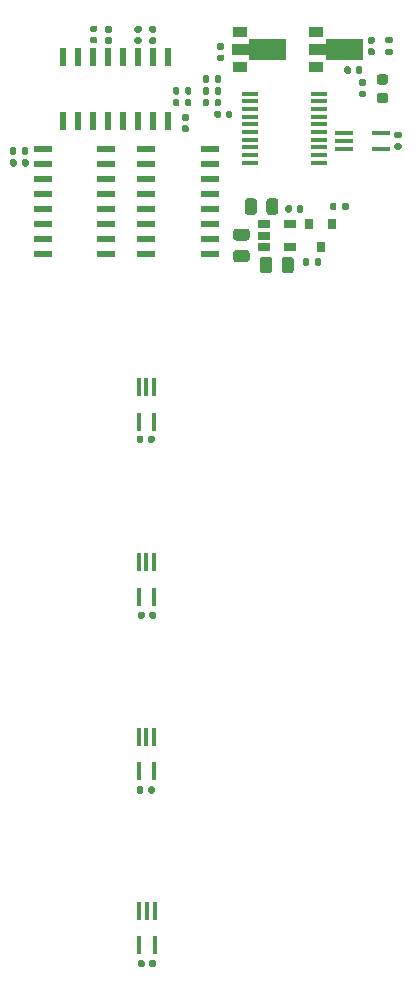
<source format=gbr>
G04 #@! TF.GenerationSoftware,KiCad,Pcbnew,(5.1.9)-1*
G04 #@! TF.CreationDate,2021-06-08T15:39:03+02:00*
G04 #@! TF.ProjectId,TempSpike,54656d70-5370-4696-9b65-2e6b69636164,rev?*
G04 #@! TF.SameCoordinates,Original*
G04 #@! TF.FileFunction,Paste,Top*
G04 #@! TF.FilePolarity,Positive*
%FSLAX46Y46*%
G04 Gerber Fmt 4.6, Leading zero omitted, Abs format (unit mm)*
G04 Created by KiCad (PCBNEW (5.1.9)-1) date 2021-06-08 15:39:03*
%MOMM*%
%LPD*%
G01*
G04 APERTURE LIST*
%ADD10R,1.500000X0.600000*%
%ADD11R,1.500000X0.400000*%
%ADD12R,1.300000X0.900000*%
%ADD13C,0.100000*%
%ADD14R,0.600000X1.500000*%
%ADD15R,1.450000X0.450000*%
%ADD16R,0.400000X1.500000*%
%ADD17R,0.800000X0.900000*%
%ADD18R,1.060000X0.650000*%
G04 APERTURE END LIST*
G36*
G01*
X142430000Y-52285000D02*
X142430000Y-51915000D01*
G75*
G02*
X142565000Y-51780000I135000J0D01*
G01*
X142835000Y-51780000D01*
G75*
G02*
X142970000Y-51915000I0J-135000D01*
G01*
X142970000Y-52285000D01*
G75*
G02*
X142835000Y-52420000I-135000J0D01*
G01*
X142565000Y-52420000D01*
G75*
G02*
X142430000Y-52285000I0J135000D01*
G01*
G37*
G36*
G01*
X141410000Y-52285000D02*
X141410000Y-51915000D01*
G75*
G02*
X141545000Y-51780000I135000J0D01*
G01*
X141815000Y-51780000D01*
G75*
G02*
X141950000Y-51915000I0J-135000D01*
G01*
X141950000Y-52285000D01*
G75*
G02*
X141815000Y-52420000I-135000J0D01*
G01*
X141545000Y-52420000D01*
G75*
G02*
X141410000Y-52285000I0J135000D01*
G01*
G37*
G36*
G01*
X157710000Y-46185000D02*
X157710000Y-45815000D01*
G75*
G02*
X157845000Y-45680000I135000J0D01*
G01*
X158115000Y-45680000D01*
G75*
G02*
X158250000Y-45815000I0J-135000D01*
G01*
X158250000Y-46185000D01*
G75*
G02*
X158115000Y-46320000I-135000J0D01*
G01*
X157845000Y-46320000D01*
G75*
G02*
X157710000Y-46185000I0J135000D01*
G01*
G37*
G36*
G01*
X158730000Y-46185000D02*
X158730000Y-45815000D01*
G75*
G02*
X158865000Y-45680000I135000J0D01*
G01*
X159135000Y-45680000D01*
G75*
G02*
X159270000Y-45815000I0J-135000D01*
G01*
X159270000Y-46185000D01*
G75*
G02*
X159135000Y-46320000I-135000J0D01*
G01*
X158865000Y-46320000D01*
G75*
G02*
X158730000Y-46185000I0J135000D01*
G01*
G37*
G36*
G01*
X158740000Y-48185000D02*
X158740000Y-47815000D01*
G75*
G02*
X158875000Y-47680000I135000J0D01*
G01*
X159145000Y-47680000D01*
G75*
G02*
X159280000Y-47815000I0J-135000D01*
G01*
X159280000Y-48185000D01*
G75*
G02*
X159145000Y-48320000I-135000J0D01*
G01*
X158875000Y-48320000D01*
G75*
G02*
X158740000Y-48185000I0J135000D01*
G01*
G37*
G36*
G01*
X157720000Y-48185000D02*
X157720000Y-47815000D01*
G75*
G02*
X157855000Y-47680000I135000J0D01*
G01*
X158125000Y-47680000D01*
G75*
G02*
X158260000Y-47815000I0J-135000D01*
G01*
X158260000Y-48185000D01*
G75*
G02*
X158125000Y-48320000I-135000J0D01*
G01*
X157855000Y-48320000D01*
G75*
G02*
X157720000Y-48185000I0J135000D01*
G01*
G37*
G36*
G01*
X141430000Y-53285000D02*
X141430000Y-52915000D01*
G75*
G02*
X141565000Y-52780000I135000J0D01*
G01*
X141835000Y-52780000D01*
G75*
G02*
X141970000Y-52915000I0J-135000D01*
G01*
X141970000Y-53285000D01*
G75*
G02*
X141835000Y-53420000I-135000J0D01*
G01*
X141565000Y-53420000D01*
G75*
G02*
X141430000Y-53285000I0J135000D01*
G01*
G37*
G36*
G01*
X142450000Y-53285000D02*
X142450000Y-52915000D01*
G75*
G02*
X142585000Y-52780000I135000J0D01*
G01*
X142855000Y-52780000D01*
G75*
G02*
X142990000Y-52915000I0J-135000D01*
G01*
X142990000Y-53285000D01*
G75*
G02*
X142855000Y-53420000I-135000J0D01*
G01*
X142585000Y-53420000D01*
G75*
G02*
X142450000Y-53285000I0J135000D01*
G01*
G37*
G36*
G01*
X156230000Y-48185000D02*
X156230000Y-47815000D01*
G75*
G02*
X156365000Y-47680000I135000J0D01*
G01*
X156635000Y-47680000D01*
G75*
G02*
X156770000Y-47815000I0J-135000D01*
G01*
X156770000Y-48185000D01*
G75*
G02*
X156635000Y-48320000I-135000J0D01*
G01*
X156365000Y-48320000D01*
G75*
G02*
X156230000Y-48185000I0J135000D01*
G01*
G37*
G36*
G01*
X155210000Y-48185000D02*
X155210000Y-47815000D01*
G75*
G02*
X155345000Y-47680000I135000J0D01*
G01*
X155615000Y-47680000D01*
G75*
G02*
X155750000Y-47815000I0J-135000D01*
G01*
X155750000Y-48185000D01*
G75*
G02*
X155615000Y-48320000I-135000J0D01*
G01*
X155345000Y-48320000D01*
G75*
G02*
X155210000Y-48185000I0J135000D01*
G01*
G37*
G36*
G01*
X158740000Y-47185000D02*
X158740000Y-46815000D01*
G75*
G02*
X158875000Y-46680000I135000J0D01*
G01*
X159145000Y-46680000D01*
G75*
G02*
X159280000Y-46815000I0J-135000D01*
G01*
X159280000Y-47185000D01*
G75*
G02*
X159145000Y-47320000I-135000J0D01*
G01*
X158875000Y-47320000D01*
G75*
G02*
X158740000Y-47185000I0J135000D01*
G01*
G37*
G36*
G01*
X157720000Y-47185000D02*
X157720000Y-46815000D01*
G75*
G02*
X157855000Y-46680000I135000J0D01*
G01*
X158125000Y-46680000D01*
G75*
G02*
X158260000Y-46815000I0J-135000D01*
G01*
X158260000Y-47185000D01*
G75*
G02*
X158125000Y-47320000I-135000J0D01*
G01*
X157855000Y-47320000D01*
G75*
G02*
X157720000Y-47185000I0J135000D01*
G01*
G37*
G36*
G01*
X155210000Y-47185000D02*
X155210000Y-46815000D01*
G75*
G02*
X155345000Y-46680000I135000J0D01*
G01*
X155615000Y-46680000D01*
G75*
G02*
X155750000Y-46815000I0J-135000D01*
G01*
X155750000Y-47185000D01*
G75*
G02*
X155615000Y-47320000I-135000J0D01*
G01*
X155345000Y-47320000D01*
G75*
G02*
X155210000Y-47185000I0J135000D01*
G01*
G37*
G36*
G01*
X156230000Y-47185000D02*
X156230000Y-46815000D01*
G75*
G02*
X156365000Y-46680000I135000J0D01*
G01*
X156635000Y-46680000D01*
G75*
G02*
X156770000Y-46815000I0J-135000D01*
G01*
X156770000Y-47185000D01*
G75*
G02*
X156635000Y-47320000I-135000J0D01*
G01*
X156365000Y-47320000D01*
G75*
G02*
X156230000Y-47185000I0J135000D01*
G01*
G37*
D10*
X149570000Y-60815000D03*
X149570000Y-59545000D03*
X149570000Y-58275000D03*
X149570000Y-57005000D03*
X149570000Y-55735000D03*
X149570000Y-54465000D03*
X149570000Y-53195000D03*
X149570000Y-51925000D03*
X144170000Y-51925000D03*
X144170000Y-53195000D03*
X144170000Y-54465000D03*
X144170000Y-55735000D03*
X144170000Y-57005000D03*
X144170000Y-58275000D03*
X144170000Y-59545000D03*
X144170000Y-60815000D03*
X158320000Y-60815000D03*
X158320000Y-59545000D03*
X158320000Y-58275000D03*
X158320000Y-57005000D03*
X158320000Y-55735000D03*
X158320000Y-54465000D03*
X158320000Y-53195000D03*
X158320000Y-51925000D03*
X152920000Y-51925000D03*
X152920000Y-53195000D03*
X152920000Y-54465000D03*
X152920000Y-55735000D03*
X152920000Y-57005000D03*
X152920000Y-58275000D03*
X152920000Y-59545000D03*
X152920000Y-60815000D03*
D11*
X172813040Y-51900240D03*
X169686960Y-51250000D03*
X172813040Y-50599760D03*
X169686960Y-50600000D03*
X169686960Y-51900240D03*
G36*
G01*
X171420000Y-46597500D02*
X171080000Y-46597500D01*
G75*
G02*
X170940000Y-46457500I0J140000D01*
G01*
X170940000Y-46177500D01*
G75*
G02*
X171080000Y-46037500I140000J0D01*
G01*
X171420000Y-46037500D01*
G75*
G02*
X171560000Y-46177500I0J-140000D01*
G01*
X171560000Y-46457500D01*
G75*
G02*
X171420000Y-46597500I-140000J0D01*
G01*
G37*
G36*
G01*
X171420000Y-47557500D02*
X171080000Y-47557500D01*
G75*
G02*
X170940000Y-47417500I0J140000D01*
G01*
X170940000Y-47137500D01*
G75*
G02*
X171080000Y-46997500I140000J0D01*
G01*
X171420000Y-46997500D01*
G75*
G02*
X171560000Y-47137500I0J-140000D01*
G01*
X171560000Y-47417500D01*
G75*
G02*
X171420000Y-47557500I-140000J0D01*
G01*
G37*
G36*
G01*
X173685000Y-42974000D02*
X173315000Y-42974000D01*
G75*
G02*
X173180000Y-42839000I0J135000D01*
G01*
X173180000Y-42569000D01*
G75*
G02*
X173315000Y-42434000I135000J0D01*
G01*
X173685000Y-42434000D01*
G75*
G02*
X173820000Y-42569000I0J-135000D01*
G01*
X173820000Y-42839000D01*
G75*
G02*
X173685000Y-42974000I-135000J0D01*
G01*
G37*
G36*
G01*
X173685000Y-43994000D02*
X173315000Y-43994000D01*
G75*
G02*
X173180000Y-43859000I0J135000D01*
G01*
X173180000Y-43589000D01*
G75*
G02*
X173315000Y-43454000I135000J0D01*
G01*
X173685000Y-43454000D01*
G75*
G02*
X173820000Y-43589000I0J-135000D01*
G01*
X173820000Y-43859000D01*
G75*
G02*
X173685000Y-43994000I-135000J0D01*
G01*
G37*
G36*
G01*
X167770000Y-61315000D02*
X167770000Y-61685000D01*
G75*
G02*
X167635000Y-61820000I-135000J0D01*
G01*
X167365000Y-61820000D01*
G75*
G02*
X167230000Y-61685000I0J135000D01*
G01*
X167230000Y-61315000D01*
G75*
G02*
X167365000Y-61180000I135000J0D01*
G01*
X167635000Y-61180000D01*
G75*
G02*
X167770000Y-61315000I0J-135000D01*
G01*
G37*
G36*
G01*
X166750000Y-61315000D02*
X166750000Y-61685000D01*
G75*
G02*
X166615000Y-61820000I-135000J0D01*
G01*
X166345000Y-61820000D01*
G75*
G02*
X166210000Y-61685000I0J135000D01*
G01*
X166210000Y-61315000D01*
G75*
G02*
X166345000Y-61180000I135000J0D01*
G01*
X166615000Y-61180000D01*
G75*
G02*
X166750000Y-61315000I0J-135000D01*
G01*
G37*
G36*
G01*
X173201250Y-48049000D02*
X172688750Y-48049000D01*
G75*
G02*
X172470000Y-47830250I0J218750D01*
G01*
X172470000Y-47392750D01*
G75*
G02*
X172688750Y-47174000I218750J0D01*
G01*
X173201250Y-47174000D01*
G75*
G02*
X173420000Y-47392750I0J-218750D01*
G01*
X173420000Y-47830250D01*
G75*
G02*
X173201250Y-48049000I-218750J0D01*
G01*
G37*
G36*
G01*
X173201250Y-46474000D02*
X172688750Y-46474000D01*
G75*
G02*
X172470000Y-46255250I0J218750D01*
G01*
X172470000Y-45817750D01*
G75*
G02*
X172688750Y-45599000I218750J0D01*
G01*
X173201250Y-45599000D01*
G75*
G02*
X173420000Y-45817750I0J-218750D01*
G01*
X173420000Y-46255250D01*
G75*
G02*
X173201250Y-46474000I-218750J0D01*
G01*
G37*
G36*
G01*
X174080000Y-51430000D02*
X174420000Y-51430000D01*
G75*
G02*
X174560000Y-51570000I0J-140000D01*
G01*
X174560000Y-51850000D01*
G75*
G02*
X174420000Y-51990000I-140000J0D01*
G01*
X174080000Y-51990000D01*
G75*
G02*
X173940000Y-51850000I0J140000D01*
G01*
X173940000Y-51570000D01*
G75*
G02*
X174080000Y-51430000I140000J0D01*
G01*
G37*
G36*
G01*
X174080000Y-50470000D02*
X174420000Y-50470000D01*
G75*
G02*
X174560000Y-50610000I0J-140000D01*
G01*
X174560000Y-50890000D01*
G75*
G02*
X174420000Y-51030000I-140000J0D01*
G01*
X174080000Y-51030000D01*
G75*
G02*
X173940000Y-50890000I0J140000D01*
G01*
X173940000Y-50610000D01*
G75*
G02*
X174080000Y-50470000I140000J0D01*
G01*
G37*
D12*
X160850000Y-42000000D03*
X160850000Y-45000000D03*
D13*
G36*
X164800000Y-44366500D02*
G01*
X161675000Y-44366500D01*
X161675000Y-43950000D01*
X160200000Y-43950000D01*
X160200000Y-43050000D01*
X161675000Y-43050000D01*
X161675000Y-42633500D01*
X164800000Y-42633500D01*
X164800000Y-44366500D01*
G37*
G36*
G01*
X148670000Y-42030000D02*
X148330000Y-42030000D01*
G75*
G02*
X148190000Y-41890000I0J140000D01*
G01*
X148190000Y-41610000D01*
G75*
G02*
X148330000Y-41470000I140000J0D01*
G01*
X148670000Y-41470000D01*
G75*
G02*
X148810000Y-41610000I0J-140000D01*
G01*
X148810000Y-41890000D01*
G75*
G02*
X148670000Y-42030000I-140000J0D01*
G01*
G37*
G36*
G01*
X148670000Y-42990000D02*
X148330000Y-42990000D01*
G75*
G02*
X148190000Y-42850000I0J140000D01*
G01*
X148190000Y-42570000D01*
G75*
G02*
X148330000Y-42430000I140000J0D01*
G01*
X148670000Y-42430000D01*
G75*
G02*
X148810000Y-42570000I0J-140000D01*
G01*
X148810000Y-42850000D01*
G75*
G02*
X148670000Y-42990000I-140000J0D01*
G01*
G37*
G36*
G01*
X165680000Y-57170000D02*
X165680000Y-56830000D01*
G75*
G02*
X165820000Y-56690000I140000J0D01*
G01*
X166100000Y-56690000D01*
G75*
G02*
X166240000Y-56830000I0J-140000D01*
G01*
X166240000Y-57170000D01*
G75*
G02*
X166100000Y-57310000I-140000J0D01*
G01*
X165820000Y-57310000D01*
G75*
G02*
X165680000Y-57170000I0J140000D01*
G01*
G37*
G36*
G01*
X164720000Y-57170000D02*
X164720000Y-56830000D01*
G75*
G02*
X164860000Y-56690000I140000J0D01*
G01*
X165140000Y-56690000D01*
G75*
G02*
X165280000Y-56830000I0J-140000D01*
G01*
X165280000Y-57170000D01*
G75*
G02*
X165140000Y-57310000I-140000J0D01*
G01*
X164860000Y-57310000D01*
G75*
G02*
X164720000Y-57170000I0J140000D01*
G01*
G37*
D14*
X154825000Y-49570000D03*
X153555000Y-49570000D03*
X152285000Y-49570000D03*
X151015000Y-49570000D03*
X149745000Y-49570000D03*
X148475000Y-49570000D03*
X147205000Y-49570000D03*
X145935000Y-49570000D03*
X145935000Y-44170000D03*
X147205000Y-44170000D03*
X148475000Y-44170000D03*
X149745000Y-44170000D03*
X151015000Y-44170000D03*
X152285000Y-44170000D03*
X153555000Y-44170000D03*
X154825000Y-44170000D03*
D15*
X161690000Y-47230000D03*
X161690000Y-47880000D03*
X161690000Y-48530000D03*
X161690000Y-49180000D03*
X161690000Y-49830000D03*
X161690000Y-50480000D03*
X161690000Y-51130000D03*
X161690000Y-51780000D03*
X161690000Y-52430000D03*
X161690000Y-53080000D03*
X167590000Y-53080000D03*
X167590000Y-52430000D03*
X167590000Y-51780000D03*
X167590000Y-51130000D03*
X167590000Y-50480000D03*
X167590000Y-49830000D03*
X167590000Y-49180000D03*
X167590000Y-48530000D03*
X167590000Y-47880000D03*
X167590000Y-47230000D03*
G36*
G01*
X153670000Y-43030000D02*
X153330000Y-43030000D01*
G75*
G02*
X153190000Y-42890000I0J140000D01*
G01*
X153190000Y-42610000D01*
G75*
G02*
X153330000Y-42470000I140000J0D01*
G01*
X153670000Y-42470000D01*
G75*
G02*
X153810000Y-42610000I0J-140000D01*
G01*
X153810000Y-42890000D01*
G75*
G02*
X153670000Y-43030000I-140000J0D01*
G01*
G37*
G36*
G01*
X153670000Y-42070000D02*
X153330000Y-42070000D01*
G75*
G02*
X153190000Y-41930000I0J140000D01*
G01*
X153190000Y-41650000D01*
G75*
G02*
X153330000Y-41510000I140000J0D01*
G01*
X153670000Y-41510000D01*
G75*
G02*
X153810000Y-41650000I0J-140000D01*
G01*
X153810000Y-41930000D01*
G75*
G02*
X153670000Y-42070000I-140000J0D01*
G01*
G37*
G36*
G01*
X152080000Y-41510000D02*
X152420000Y-41510000D01*
G75*
G02*
X152560000Y-41650000I0J-140000D01*
G01*
X152560000Y-41930000D01*
G75*
G02*
X152420000Y-42070000I-140000J0D01*
G01*
X152080000Y-42070000D01*
G75*
G02*
X151940000Y-41930000I0J140000D01*
G01*
X151940000Y-41650000D01*
G75*
G02*
X152080000Y-41510000I140000J0D01*
G01*
G37*
G36*
G01*
X152080000Y-42470000D02*
X152420000Y-42470000D01*
G75*
G02*
X152560000Y-42610000I0J-140000D01*
G01*
X152560000Y-42890000D01*
G75*
G02*
X152420000Y-43030000I-140000J0D01*
G01*
X152080000Y-43030000D01*
G75*
G02*
X151940000Y-42890000I0J140000D01*
G01*
X151940000Y-42610000D01*
G75*
G02*
X152080000Y-42470000I140000J0D01*
G01*
G37*
G36*
G01*
X171830000Y-43404500D02*
X172170000Y-43404500D01*
G75*
G02*
X172310000Y-43544500I0J-140000D01*
G01*
X172310000Y-43824500D01*
G75*
G02*
X172170000Y-43964500I-140000J0D01*
G01*
X171830000Y-43964500D01*
G75*
G02*
X171690000Y-43824500I0J140000D01*
G01*
X171690000Y-43544500D01*
G75*
G02*
X171830000Y-43404500I140000J0D01*
G01*
G37*
G36*
G01*
X171830000Y-42444500D02*
X172170000Y-42444500D01*
G75*
G02*
X172310000Y-42584500I0J-140000D01*
G01*
X172310000Y-42864500D01*
G75*
G02*
X172170000Y-43004500I-140000J0D01*
G01*
X171830000Y-43004500D01*
G75*
G02*
X171690000Y-42864500I0J140000D01*
G01*
X171690000Y-42584500D01*
G75*
G02*
X171830000Y-42444500I140000J0D01*
G01*
G37*
G36*
G01*
X149580000Y-42470000D02*
X149920000Y-42470000D01*
G75*
G02*
X150060000Y-42610000I0J-140000D01*
G01*
X150060000Y-42890000D01*
G75*
G02*
X149920000Y-43030000I-140000J0D01*
G01*
X149580000Y-43030000D01*
G75*
G02*
X149440000Y-42890000I0J140000D01*
G01*
X149440000Y-42610000D01*
G75*
G02*
X149580000Y-42470000I140000J0D01*
G01*
G37*
G36*
G01*
X149580000Y-41510000D02*
X149920000Y-41510000D01*
G75*
G02*
X150060000Y-41650000I0J-140000D01*
G01*
X150060000Y-41930000D01*
G75*
G02*
X149920000Y-42070000I-140000J0D01*
G01*
X149580000Y-42070000D01*
G75*
G02*
X149440000Y-41930000I0J140000D01*
G01*
X149440000Y-41650000D01*
G75*
G02*
X149580000Y-41510000I140000J0D01*
G01*
G37*
G36*
G01*
X156080000Y-48970000D02*
X156420000Y-48970000D01*
G75*
G02*
X156560000Y-49110000I0J-140000D01*
G01*
X156560000Y-49390000D01*
G75*
G02*
X156420000Y-49530000I-140000J0D01*
G01*
X156080000Y-49530000D01*
G75*
G02*
X155940000Y-49390000I0J140000D01*
G01*
X155940000Y-49110000D01*
G75*
G02*
X156080000Y-48970000I140000J0D01*
G01*
G37*
G36*
G01*
X156080000Y-49930000D02*
X156420000Y-49930000D01*
G75*
G02*
X156560000Y-50070000I0J-140000D01*
G01*
X156560000Y-50350000D01*
G75*
G02*
X156420000Y-50490000I-140000J0D01*
G01*
X156080000Y-50490000D01*
G75*
G02*
X155940000Y-50350000I0J140000D01*
G01*
X155940000Y-50070000D01*
G75*
G02*
X156080000Y-49930000I140000J0D01*
G01*
G37*
G36*
G01*
X160240000Y-48830000D02*
X160240000Y-49170000D01*
G75*
G02*
X160100000Y-49310000I-140000J0D01*
G01*
X159820000Y-49310000D01*
G75*
G02*
X159680000Y-49170000I0J140000D01*
G01*
X159680000Y-48830000D01*
G75*
G02*
X159820000Y-48690000I140000J0D01*
G01*
X160100000Y-48690000D01*
G75*
G02*
X160240000Y-48830000I0J-140000D01*
G01*
G37*
G36*
G01*
X159280000Y-48830000D02*
X159280000Y-49170000D01*
G75*
G02*
X159140000Y-49310000I-140000J0D01*
G01*
X158860000Y-49310000D01*
G75*
G02*
X158720000Y-49170000I0J140000D01*
G01*
X158720000Y-48830000D01*
G75*
G02*
X158860000Y-48690000I140000J0D01*
G01*
X159140000Y-48690000D01*
G75*
G02*
X159280000Y-48830000I0J-140000D01*
G01*
G37*
D16*
X152349760Y-119363040D03*
X153000000Y-116436960D03*
X153650240Y-119363040D03*
X153650000Y-116436960D03*
X152349760Y-116436960D03*
X152299760Y-86896960D03*
X153600000Y-86896960D03*
X153600240Y-89823040D03*
X152950000Y-86896960D03*
X152299760Y-89823040D03*
X152305260Y-75023040D03*
X152955500Y-72096960D03*
X153605740Y-75023040D03*
X153605500Y-72096960D03*
X152305260Y-72096960D03*
X152309760Y-101696960D03*
X153610000Y-101696960D03*
X153610240Y-104623040D03*
X152960000Y-101696960D03*
X152309760Y-104623040D03*
G36*
G01*
X153760000Y-120730000D02*
X153760000Y-121070000D01*
G75*
G02*
X153620000Y-121210000I-140000J0D01*
G01*
X153340000Y-121210000D01*
G75*
G02*
X153200000Y-121070000I0J140000D01*
G01*
X153200000Y-120730000D01*
G75*
G02*
X153340000Y-120590000I140000J0D01*
G01*
X153620000Y-120590000D01*
G75*
G02*
X153760000Y-120730000I0J-140000D01*
G01*
G37*
G36*
G01*
X152800000Y-120730000D02*
X152800000Y-121070000D01*
G75*
G02*
X152660000Y-121210000I-140000J0D01*
G01*
X152380000Y-121210000D01*
G75*
G02*
X152240000Y-121070000I0J140000D01*
G01*
X152240000Y-120730000D01*
G75*
G02*
X152380000Y-120590000I140000J0D01*
G01*
X152660000Y-120590000D01*
G75*
G02*
X152800000Y-120730000I0J-140000D01*
G01*
G37*
G36*
G01*
X153760000Y-91230000D02*
X153760000Y-91570000D01*
G75*
G02*
X153620000Y-91710000I-140000J0D01*
G01*
X153340000Y-91710000D01*
G75*
G02*
X153200000Y-91570000I0J140000D01*
G01*
X153200000Y-91230000D01*
G75*
G02*
X153340000Y-91090000I140000J0D01*
G01*
X153620000Y-91090000D01*
G75*
G02*
X153760000Y-91230000I0J-140000D01*
G01*
G37*
G36*
G01*
X152800000Y-91230000D02*
X152800000Y-91570000D01*
G75*
G02*
X152660000Y-91710000I-140000J0D01*
G01*
X152380000Y-91710000D01*
G75*
G02*
X152240000Y-91570000I0J140000D01*
G01*
X152240000Y-91230000D01*
G75*
G02*
X152380000Y-91090000I140000J0D01*
G01*
X152660000Y-91090000D01*
G75*
G02*
X152800000Y-91230000I0J-140000D01*
G01*
G37*
G36*
G01*
X153660000Y-76330000D02*
X153660000Y-76670000D01*
G75*
G02*
X153520000Y-76810000I-140000J0D01*
G01*
X153240000Y-76810000D01*
G75*
G02*
X153100000Y-76670000I0J140000D01*
G01*
X153100000Y-76330000D01*
G75*
G02*
X153240000Y-76190000I140000J0D01*
G01*
X153520000Y-76190000D01*
G75*
G02*
X153660000Y-76330000I0J-140000D01*
G01*
G37*
G36*
G01*
X152700000Y-76330000D02*
X152700000Y-76670000D01*
G75*
G02*
X152560000Y-76810000I-140000J0D01*
G01*
X152280000Y-76810000D01*
G75*
G02*
X152140000Y-76670000I0J140000D01*
G01*
X152140000Y-76330000D01*
G75*
G02*
X152280000Y-76190000I140000J0D01*
G01*
X152560000Y-76190000D01*
G75*
G02*
X152700000Y-76330000I0J-140000D01*
G01*
G37*
G36*
G01*
X152700000Y-106030000D02*
X152700000Y-106370000D01*
G75*
G02*
X152560000Y-106510000I-140000J0D01*
G01*
X152280000Y-106510000D01*
G75*
G02*
X152140000Y-106370000I0J140000D01*
G01*
X152140000Y-106030000D01*
G75*
G02*
X152280000Y-105890000I140000J0D01*
G01*
X152560000Y-105890000D01*
G75*
G02*
X152700000Y-106030000I0J-140000D01*
G01*
G37*
G36*
G01*
X153660000Y-106030000D02*
X153660000Y-106370000D01*
G75*
G02*
X153520000Y-106510000I-140000J0D01*
G01*
X153240000Y-106510000D01*
G75*
G02*
X153100000Y-106370000I0J140000D01*
G01*
X153100000Y-106030000D01*
G75*
G02*
X153240000Y-105890000I140000J0D01*
G01*
X153520000Y-105890000D01*
G75*
G02*
X153660000Y-106030000I0J-140000D01*
G01*
G37*
G36*
G01*
X159420000Y-43530000D02*
X159080000Y-43530000D01*
G75*
G02*
X158940000Y-43390000I0J140000D01*
G01*
X158940000Y-43110000D01*
G75*
G02*
X159080000Y-42970000I140000J0D01*
G01*
X159420000Y-42970000D01*
G75*
G02*
X159560000Y-43110000I0J-140000D01*
G01*
X159560000Y-43390000D01*
G75*
G02*
X159420000Y-43530000I-140000J0D01*
G01*
G37*
G36*
G01*
X159420000Y-44490000D02*
X159080000Y-44490000D01*
G75*
G02*
X158940000Y-44350000I0J140000D01*
G01*
X158940000Y-44070000D01*
G75*
G02*
X159080000Y-43930000I140000J0D01*
G01*
X159420000Y-43930000D01*
G75*
G02*
X159560000Y-44070000I0J-140000D01*
G01*
X159560000Y-44350000D01*
G75*
G02*
X159420000Y-44490000I-140000J0D01*
G01*
G37*
G36*
G01*
X169720000Y-45420000D02*
X169720000Y-45080000D01*
G75*
G02*
X169860000Y-44940000I140000J0D01*
G01*
X170140000Y-44940000D01*
G75*
G02*
X170280000Y-45080000I0J-140000D01*
G01*
X170280000Y-45420000D01*
G75*
G02*
X170140000Y-45560000I-140000J0D01*
G01*
X169860000Y-45560000D01*
G75*
G02*
X169720000Y-45420000I0J140000D01*
G01*
G37*
G36*
G01*
X170680000Y-45420000D02*
X170680000Y-45080000D01*
G75*
G02*
X170820000Y-44940000I140000J0D01*
G01*
X171100000Y-44940000D01*
G75*
G02*
X171240000Y-45080000I0J-140000D01*
G01*
X171240000Y-45420000D01*
G75*
G02*
X171100000Y-45560000I-140000J0D01*
G01*
X170820000Y-45560000D01*
G75*
G02*
X170680000Y-45420000I0J140000D01*
G01*
G37*
D17*
X168650000Y-58250000D03*
X166750000Y-58250000D03*
X167700000Y-60250000D03*
D18*
X162900000Y-58300000D03*
X162900000Y-59250000D03*
X162900000Y-60200000D03*
X165100000Y-60200000D03*
X165100000Y-58300000D03*
D12*
X167350000Y-42000000D03*
X167350000Y-45000000D03*
D13*
G36*
X171300000Y-44366500D02*
G01*
X168175000Y-44366500D01*
X168175000Y-43950000D01*
X166700000Y-43950000D01*
X166700000Y-43050000D01*
X168175000Y-43050000D01*
X168175000Y-42633500D01*
X171300000Y-42633500D01*
X171300000Y-44366500D01*
G37*
G36*
G01*
X170070000Y-56615000D02*
X170070000Y-56985000D01*
G75*
G02*
X169935000Y-57120000I-135000J0D01*
G01*
X169665000Y-57120000D01*
G75*
G02*
X169530000Y-56985000I0J135000D01*
G01*
X169530000Y-56615000D01*
G75*
G02*
X169665000Y-56480000I135000J0D01*
G01*
X169935000Y-56480000D01*
G75*
G02*
X170070000Y-56615000I0J-135000D01*
G01*
G37*
G36*
G01*
X169050000Y-56615000D02*
X169050000Y-56985000D01*
G75*
G02*
X168915000Y-57120000I-135000J0D01*
G01*
X168645000Y-57120000D01*
G75*
G02*
X168510000Y-56985000I0J135000D01*
G01*
X168510000Y-56615000D01*
G75*
G02*
X168645000Y-56480000I135000J0D01*
G01*
X168915000Y-56480000D01*
G75*
G02*
X169050000Y-56615000I0J-135000D01*
G01*
G37*
G36*
G01*
X164137500Y-56349999D02*
X164137500Y-57250001D01*
G75*
G02*
X163887501Y-57500000I-249999J0D01*
G01*
X163362499Y-57500000D01*
G75*
G02*
X163112500Y-57250001I0J249999D01*
G01*
X163112500Y-56349999D01*
G75*
G02*
X163362499Y-56100000I249999J0D01*
G01*
X163887501Y-56100000D01*
G75*
G02*
X164137500Y-56349999I0J-249999D01*
G01*
G37*
G36*
G01*
X162312500Y-56349999D02*
X162312500Y-57250001D01*
G75*
G02*
X162062501Y-57500000I-249999J0D01*
G01*
X161537499Y-57500000D01*
G75*
G02*
X161287500Y-57250001I0J249999D01*
G01*
X161287500Y-56349999D01*
G75*
G02*
X161537499Y-56100000I249999J0D01*
G01*
X162062501Y-56100000D01*
G75*
G02*
X162312500Y-56349999I0J-249999D01*
G01*
G37*
G36*
G01*
X164400000Y-62200001D02*
X164400000Y-61299999D01*
G75*
G02*
X164649999Y-61050000I249999J0D01*
G01*
X165175001Y-61050000D01*
G75*
G02*
X165425000Y-61299999I0J-249999D01*
G01*
X165425000Y-62200001D01*
G75*
G02*
X165175001Y-62450000I-249999J0D01*
G01*
X164649999Y-62450000D01*
G75*
G02*
X164400000Y-62200001I0J249999D01*
G01*
G37*
G36*
G01*
X162575000Y-62200001D02*
X162575000Y-61299999D01*
G75*
G02*
X162824999Y-61050000I249999J0D01*
G01*
X163350001Y-61050000D01*
G75*
G02*
X163600000Y-61299999I0J-249999D01*
G01*
X163600000Y-62200001D01*
G75*
G02*
X163350001Y-62450000I-249999J0D01*
G01*
X162824999Y-62450000D01*
G75*
G02*
X162575000Y-62200001I0J249999D01*
G01*
G37*
G36*
G01*
X160549999Y-58662500D02*
X161450001Y-58662500D01*
G75*
G02*
X161700000Y-58912499I0J-249999D01*
G01*
X161700000Y-59437501D01*
G75*
G02*
X161450001Y-59687500I-249999J0D01*
G01*
X160549999Y-59687500D01*
G75*
G02*
X160300000Y-59437501I0J249999D01*
G01*
X160300000Y-58912499D01*
G75*
G02*
X160549999Y-58662500I249999J0D01*
G01*
G37*
G36*
G01*
X160549999Y-60487500D02*
X161450001Y-60487500D01*
G75*
G02*
X161700000Y-60737499I0J-249999D01*
G01*
X161700000Y-61262501D01*
G75*
G02*
X161450001Y-61512500I-249999J0D01*
G01*
X160549999Y-61512500D01*
G75*
G02*
X160300000Y-61262501I0J249999D01*
G01*
X160300000Y-60737499D01*
G75*
G02*
X160549999Y-60487500I249999J0D01*
G01*
G37*
M02*

</source>
